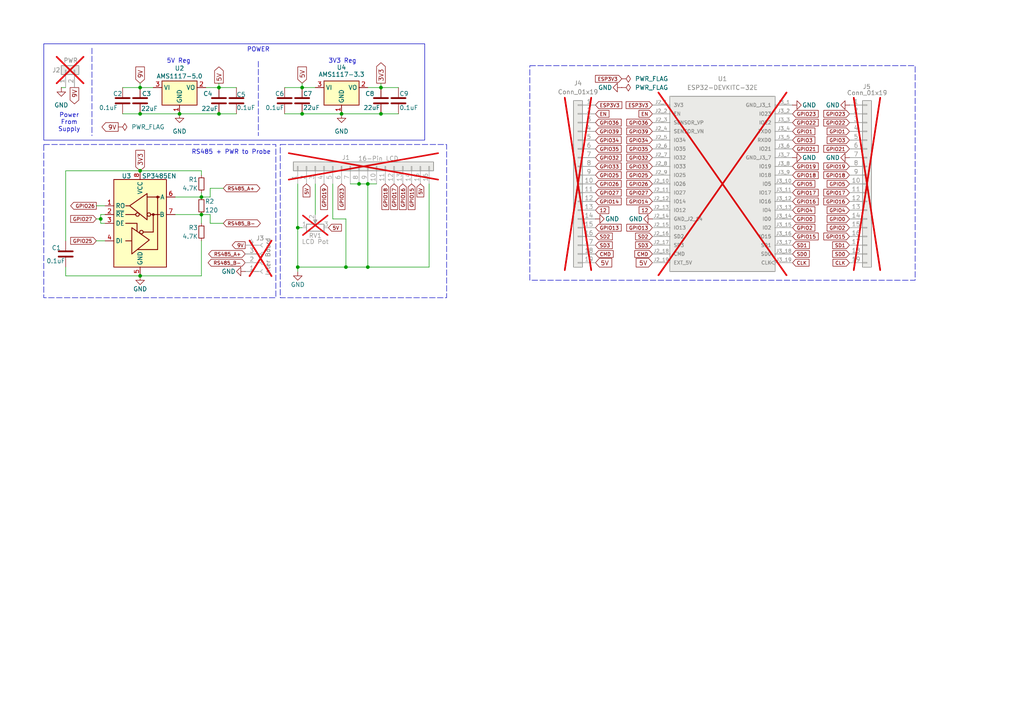
<source format=kicad_sch>
(kicad_sch (version 20231120) (generator "eeschema") (generator_version "8.0")
  (paper "A4")
  (lib_symbols
    (symbol "Connector:Conn_01x04_Socket" (pin_names (offset 1.016) hide)
      (property "Reference" "J" (at 0 5.08 0))
      (property "Value" "Conn_01x04_Socket" (at 0 -7.62 0))
      (symbol "Conn_01x04_Socket_1_1"
        (arc (start 0 -4.572) (mid -0.5058 -5.08) (end 0 -5.588) (stroke (width 0.1524)))
        (arc (start 0 -2.032) (mid -0.5058 -2.54) (end 0 -3.048) (stroke (width 0.1524)))
        (polyline (pts (xy -1.27 -5.08) (xy -0.508 -5.08)) (stroke (width 0.1524)))
        (polyline (pts (xy -1.27 -2.54) (xy -0.508 -2.54)) (stroke (width 0.1524)))
        (polyline (pts (xy -1.27 0) (xy -0.508 0)) (stroke (width 0.1524)))
        (polyline (pts (xy -1.27 2.54) (xy -0.508 2.54)) (stroke (width 0.1524)))
        (arc (start 0 0.508) (mid -0.5058 0) (end 0 -0.508) (stroke (width 0.1524)))
        (arc (start 0 3.048) (mid -0.5058 2.54) (end 0 2.032) (stroke (width 0.1524)))
        (pin passive line (at -5.08 2.54 0) (length 3.81) (name "Pin_1") (number "1"))
        (pin passive line (at -5.08 0 0) (length 3.81) (name "Pin_2") (number "2"))
        (pin passive line (at -5.08 -2.54 0) (length 3.81) (name "Pin_3") (number "3"))
        (pin passive line (at -5.08 -5.08 0) (length 3.81) (name "Pin_4") (number "4"))
      )
    )
    (symbol "Connector_Generic:Conn_01x02" (pin_names (offset 1.016) hide)
      (property "Reference" "J" (at 0 2.54 0))
      (property "Value" "Conn_01x02" (at 0 -5.08 0))
      (symbol "Conn_01x02_1_1"
        (rectangle (start -1.27 -2.413) (end 0 -2.667) (stroke (width 0.1524)))
        (rectangle (start -1.27 0.127) (end 0 -0.127) (stroke (width 0.1524)))
        (rectangle (start -1.27 1.27) (end 1.27 -3.81) (stroke (width 0.254)) (fill (type background)))
        (pin passive line (at -5.08 0 0) (length 3.81) (name "Pin_1") (number "1"))
        (pin passive line (at -5.08 -2.54 0) (length 3.81) (name "Pin_2") (number "2"))
      )
    )
    (symbol "Connector_Generic:Conn_01x16" (pin_names (offset 1.016) hide)
      (property "Reference" "J" (at 0 20.32 0))
      (property "Value" "Conn_01x16" (at 0 -22.86 0))
      (symbol "Conn_01x16_1_1"
        (rectangle (start -1.27 -20.193) (end 0 -20.447) (stroke (width 0.1524)))
        (rectangle (start -1.27 -17.653) (end 0 -17.907) (stroke (width 0.1524)))
        (rectangle (start -1.27 -15.113) (end 0 -15.367) (stroke (width 0.1524)))
        (rectangle (start -1.27 -12.573) (end 0 -12.827) (stroke (width 0.1524)))
        (rectangle (start -1.27 -10.033) (end 0 -10.287) (stroke (width 0.1524)))
        (rectangle (start -1.27 -7.493) (end 0 -7.747) (stroke (width 0.1524)))
        (rectangle (start -1.27 -4.953) (end 0 -5.207) (stroke (width 0.1524)))
        (rectangle (start -1.27 -2.413) (end 0 -2.667) (stroke (width 0.1524)))
        (rectangle (start -1.27 0.127) (end 0 -0.127) (stroke (width 0.1524)))
        (rectangle (start -1.27 2.667) (end 0 2.413) (stroke (width 0.1524)))
        (rectangle (start -1.27 5.207) (end 0 4.953) (stroke (width 0.1524)))
        (rectangle (start -1.27 7.747) (end 0 7.493) (stroke (width 0.1524)))
        (rectangle (start -1.27 10.287) (end 0 10.033) (stroke (width 0.1524)))
        (rectangle (start -1.27 12.827) (end 0 12.573) (stroke (width 0.1524)))
        (rectangle (start -1.27 15.367) (end 0 15.113) (stroke (width 0.1524)))
        (rectangle (start -1.27 17.907) (end 0 17.653) (stroke (width 0.1524)))
        (rectangle (start -1.27 19.05) (end 1.27 -21.59) (stroke (width 0.254)) (fill (type background)))
        (pin passive line (at -5.08 17.78 0) (length 3.81) (name "Pin_1") (number "1"))
        (pin passive line (at -5.08 -5.08 0) (length 3.81) (name "Pin_10") (number "10"))
        (pin passive line (at -5.08 -7.62 0) (length 3.81) (name "Pin_11") (number "11"))
        (pin passive line (at -5.08 -10.16 0) (length 3.81) (name "Pin_12") (number "12"))
        (pin passive line (at -5.08 -12.7 0) (length 3.81) (name "Pin_13") (number "13"))
        (pin passive line (at -5.08 -15.24 0) (length 3.81) (name "Pin_14") (number "14"))
        (pin passive line (at -5.08 -17.78 0) (length 3.81) (name "Pin_15") (number "15"))
        (pin passive line (at -5.08 -20.32 0) (length 3.81) (name "Pin_16") (number "16"))
        (pin passive line (at -5.08 15.24 0) (length 3.81) (name "Pin_2") (number "2"))
        (pin passive line (at -5.08 12.7 0) (length 3.81) (name "Pin_3") (number "3"))
        (pin passive line (at -5.08 10.16 0) (length 3.81) (name "Pin_4") (number "4"))
        (pin passive line (at -5.08 7.62 0) (length 3.81) (name "Pin_5") (number "5"))
        (pin passive line (at -5.08 5.08 0) (length 3.81) (name "Pin_6") (number "6"))
        (pin passive line (at -5.08 2.54 0) (length 3.81) (name "Pin_7") (number "7"))
        (pin passive line (at -5.08 0 0) (length 3.81) (name "Pin_8") (number "8"))
        (pin passive line (at -5.08 -2.54 0) (length 3.81) (name "Pin_9") (number "9"))
      )
    )
    (symbol "Connector_Generic:Conn_01x19" (pin_names (offset 1.016) hide)
      (property "Reference" "J" (at 0 25.4 0))
      (property "Value" "Conn_01x19" (at 0 -25.4 0))
      (symbol "Conn_01x19_1_1"
        (rectangle (start -1.27 -22.733) (end 0 -22.987) (stroke (width 0.1524)))
        (rectangle (start -1.27 -20.193) (end 0 -20.447) (stroke (width 0.1524)))
        (rectangle (start -1.27 -17.653) (end 0 -17.907) (stroke (width 0.1524)))
        (rectangle (start -1.27 -15.113) (end 0 -15.367) (stroke (width 0.1524)))
        (rectangle (start -1.27 -12.573) (end 0 -12.827) (stroke (width 0.1524)))
        (rectangle (start -1.27 -10.033) (end 0 -10.287) (stroke (width 0.1524)))
        (rectangle (start -1.27 -7.493) (end 0 -7.747) (stroke (width 0.1524)))
        (rectangle (start -1.27 -4.953) (end 0 -5.207) (stroke (width 0.1524)))
        (rectangle (start -1.27 -2.413) (end 0 -2.667) (stroke (width 0.1524)))
        (rectangle (start -1.27 0.127) (end 0 -0.127) (stroke (width 0.1524)))
        (rectangle (start -1.27 2.667) (end 0 2.413) (stroke (width 0.1524)))
        (rectangle (start -1.27 5.207) (end 0 4.953) (stroke (width 0.1524)))
        (rectangle (start -1.27 7.747) (end 0 7.493) (stroke (width 0.1524)))
        (rectangle (start -1.27 10.287) (end 0 10.033) (stroke (width 0.1524)))
        (rectangle (start -1.27 12.827) (end 0 12.573) (stroke (width 0.1524)))
        (rectangle (start -1.27 15.367) (end 0 15.113) (stroke (width 0.1524)))
        (rectangle (start -1.27 17.907) (end 0 17.653) (stroke (width 0.1524)))
        (rectangle (start -1.27 20.447) (end 0 20.193) (stroke (width 0.1524)))
        (rectangle (start -1.27 22.987) (end 0 22.733) (stroke (width 0.1524)))
        (rectangle (start -1.27 24.13) (end 1.27 -24.13) (stroke (width 0.254)) (fill (type background)))
        (pin passive line (at -5.08 22.86 0) (length 3.81) (name "Pin_1") (number "1"))
        (pin passive line (at -5.08 0 0) (length 3.81) (name "Pin_10") (number "10"))
        (pin passive line (at -5.08 -2.54 0) (length 3.81) (name "Pin_11") (number "11"))
        (pin passive line (at -5.08 -5.08 0) (length 3.81) (name "Pin_12") (number "12"))
        (pin passive line (at -5.08 -7.62 0) (length 3.81) (name "Pin_13") (number "13"))
        (pin passive line (at -5.08 -10.16 0) (length 3.81) (name "Pin_14") (number "14"))
        (pin passive line (at -5.08 -12.7 0) (length 3.81) (name "Pin_15") (number "15"))
        (pin passive line (at -5.08 -15.24 0) (length 3.81) (name "Pin_16") (number "16"))
        (pin passive line (at -5.08 -17.78 0) (length 3.81) (name "Pin_17") (number "17"))
        (pin passive line (at -5.08 -20.32 0) (length 3.81) (name "Pin_18") (number "18"))
        (pin passive line (at -5.08 -22.86 0) (length 3.81) (name "Pin_19") (number "19"))
        (pin passive line (at -5.08 20.32 0) (length 3.81) (name "Pin_2") (number "2"))
        (pin passive line (at -5.08 17.78 0) (length 3.81) (name "Pin_3") (number "3"))
        (pin passive line (at -5.08 15.24 0) (length 3.81) (name "Pin_4") (number "4"))
        (pin passive line (at -5.08 12.7 0) (length 3.81) (name "Pin_5") (number "5"))
        (pin passive line (at -5.08 10.16 0) (length 3.81) (name "Pin_6") (number "6"))
        (pin passive line (at -5.08 7.62 0) (length 3.81) (name "Pin_7") (number "7"))
        (pin passive line (at -5.08 5.08 0) (length 3.81) (name "Pin_8") (number "8"))
        (pin passive line (at -5.08 2.54 0) (length 3.81) (name "Pin_9") (number "9"))
      )
    )
    (symbol "Device:C" (pin_numbers hide) (pin_names (offset 0.254))
      (property "Reference" "C" (at 0.635 2.54 0))
      (property "Value" "C" (at 0.635 -2.54 0))
      (symbol "C_0_1"
        (polyline (pts (xy -2.032 -0.762) (xy 2.032 -0.762)) (stroke (width 0.508)))
        (polyline (pts (xy -2.032 0.762) (xy 2.032 0.762)) (stroke (width 0.508)))
      )
      (symbol "C_1_1"
        (pin passive line (at 0 3.81 270) (length 2.794) (name "~") (number "1"))
        (pin passive line (at 0 -3.81 90) (length 2.794) (name "~") (number "2"))
      )
    )
    (symbol "Device:R_Potentiometer" (pin_names (offset 1.016) hide)
      (property "Reference" "RV" (at -4.445 0 90))
      (property "Value" "R_Potentiometer" (at -2.54 0 90))
      (symbol "R_Potentiometer_0_1"
        (polyline (pts (xy 2.54 0) (xy 1.524 0)))
        (polyline (pts (xy 1.143 0) (xy 2.286 0.508) (xy 2.286 -0.508) (xy 1.143 0)) (fill (type outline)))
        (rectangle (start 1.016 2.54) (end -1.016 -2.54) (stroke (width 0.254)))
      )
      (symbol "R_Potentiometer_1_1"
        (pin passive line (at 0 3.81 270) (length 1.27) (name "1") (number "1"))
        (pin passive line (at 3.81 0 180) (length 1.27) (name "2") (number "2"))
        (pin passive line (at 0 -3.81 90) (length 1.27) (name "3") (number "3"))
      )
    )
    (symbol "Device:R_Small" (pin_numbers hide) (pin_names (offset 0.254) hide)
      (property "Reference" "R" (at 0.762 0.508 0))
      (property "Value" "R_Small" (at 0.762 -1.016 0))
      (symbol "R_Small_0_1"
        (rectangle (start -0.762 1.778) (end 0.762 -1.778) (stroke (width 0.2032)))
      )
      (symbol "R_Small_1_1"
        (pin passive line (at 0 2.54 270) (length 0.762) (name "~") (number "1"))
        (pin passive line (at 0 -2.54 90) (length 0.762) (name "~") (number "2"))
      )
    )
    (symbol "Interface_UART:SP3485EN"
      (property "Reference" "U" (at -7.62 13.97 0))
      (property "Value" "SP3485EN" (at 1.905 13.97 0))
      (symbol "SP3485EN_0_1"
        (rectangle (start -7.62 12.7) (end 7.62 -12.7) (stroke (width 0.254)) (fill (type background)))
        (polyline (pts (xy -4.191 2.54) (xy -1.27 2.54)) (stroke (width 0.254)))
        (polyline (pts (xy -2.54 -5.08) (xy -4.191 -5.08)) (stroke (width 0.254)))
        (polyline (pts (xy -0.635 -7.62) (xy 5.08 -7.62)) (stroke (width 0.254)))
        (polyline (pts (xy 0.889 -2.54) (xy 3.81 -2.54)) (stroke (width 0.254)))
        (polyline (pts (xy 2.032 7.62) (xy 5.715 7.62)) (stroke (width 0.254)))
        (polyline (pts (xy 3.048 2.54) (xy 5.715 2.54)) (stroke (width 0.254)))
        (polyline (pts (xy 3.81 -2.54) (xy 3.81 2.54)) (stroke (width 0.254)))
        (polyline (pts (xy 5.08 -7.62) (xy 5.08 7.62)) (stroke (width 0.254)))
        (polyline (pts (xy -4.191 0) (xy -0.889 0) (xy -0.889 -2.286)) (stroke (width 0.254)))
        (polyline (pts (xy -3.175 5.08) (xy -4.191 5.08) (xy -4.064 5.08)) (stroke (width 0.254)))
        (polyline (pts (xy -2.413 -5.08) (xy -2.413 -1.27) (xy 2.667 -4.826) (xy -2.413 -8.89) (xy -2.413 -5.08)) (stroke (width 0.254)))
        (circle (center 0.381 -2.54) (radius 0.508) (stroke (width 0.254)))
        (circle (center 3.81 2.54) (radius 0.2794) (stroke (width 0.254)) (fill (type outline)))
      )
      (symbol "SP3485EN_1_1"
        (circle (center -0.762 2.54) (radius 0.508) (stroke (width 0.254)))
        (polyline (pts (xy 2.032 4.826) (xy 2.032 8.636) (xy -3.048 5.08) (xy 2.032 1.016) (xy 2.032 4.826)) (stroke (width 0.254)))
        (circle (center 2.54 2.54) (radius 0.508) (stroke (width 0.254)))
        (circle (center 5.08 7.62) (radius 0.2794) (stroke (width 0.254)) (fill (type outline)))
        (pin output line (at -10.16 5.08 0) (length 2.54) (name "RO") (number "1"))
        (pin input line (at -10.16 2.54 0) (length 2.54) (name "~{RE}") (number "2"))
        (pin input line (at -10.16 0 0) (length 2.54) (name "DE") (number "3"))
        (pin input line (at -10.16 -5.08 0) (length 2.54) (name "DI") (number "4"))
        (pin power_in line (at 0 -15.24 90) (length 2.54) (name "GND") (number "5"))
        (pin bidirectional line (at 10.16 7.62 180) (length 2.54) (name "A") (number "6"))
        (pin bidirectional line (at 10.16 2.54 180) (length 2.54) (name "B") (number "7"))
        (pin power_in line (at 0 15.24 270) (length 2.54) (name "VCC") (number "8"))
      )
    )
    (symbol "Regulator_Linear:AMS1117-3.3"
      (property "Reference" "U" (at -3.81 3.175 0))
      (property "Value" "AMS1117-3.3" (at 0 3.175 0))
      (symbol "AMS1117-3.3_0_1"
        (rectangle (start -5.08 -5.08) (end 5.08 1.905) (stroke (width 0.254)) (fill (type background)))
      )
      (symbol "AMS1117-3.3_1_1"
        (pin power_in line (at 0 -7.62 90) (length 2.54) (name "GND") (number "1"))
        (pin power_out line (at 7.62 0 180) (length 2.54) (name "VO") (number "2"))
        (pin power_in line (at -7.62 0 0) (length 2.54) (name "VI") (number "3"))
      )
    )
    (symbol "Regulator_Linear:AMS1117-5.0"
      (property "Reference" "U" (at -3.81 3.175 0))
      (property "Value" "AMS1117-5.0" (at 0 3.175 0))
      (symbol "AMS1117-5.0_0_1"
        (rectangle (start -5.08 -5.08) (end 5.08 1.905) (stroke (width 0.254)) (fill (type background)))
      )
      (symbol "AMS1117-5.0_1_1"
        (pin power_in line (at 0 -7.62 90) (length 2.54) (name "GND") (number "1"))
        (pin power_out line (at 7.62 0 180) (length 2.54) (name "VO") (number "2"))
        (pin power_in line (at -7.62 0 0) (length 2.54) (name "VI") (number "3"))
      )
    )
    (symbol "ThesisLibrary:ESP32-DEVKITC-32E" (pin_names (offset 1.016))
      (property "Reference" "U" (at -15.24 26.162 0))
      (property "Value" "ESP32-DEVKITC-32E" (at -15.24 -27.94 0))
      (symbol "ESP32-DEVKITC-32E_0_0"
        (rectangle (start -15.24 -25.4) (end 15.24 25.4) (stroke (width 0.254)) (fill (type background)))
        (pin power_in line (at -20.32 22.86 0) (length 5.08) (name "3V3") (number "J2_1"))
        (pin bidirectional line (at -20.32 0 0) (length 5.08) (name "IO26") (number "J2_10"))
        (pin bidirectional line (at -20.32 -2.54 0) (length 5.08) (name "IO27") (number "J2_11"))
        (pin bidirectional line (at -20.32 -5.08 0) (length 5.08) (name "IO14") (number "J2_12"))
        (pin bidirectional line (at -20.32 -7.62 0) (length 5.08) (name "IO12") (number "J2_13"))
        (pin power_in line (at -20.32 -10.16 0) (length 5.08) (name "GND_J2_14") (number "J2_14"))
        (pin bidirectional line (at -20.32 -12.7 0) (length 5.08) (name "IO13") (number "J2_15"))
        (pin bidirectional line (at -20.32 -15.24 0) (length 5.08) (name "SD2") (number "J2_16"))
        (pin bidirectional line (at -20.32 -17.78 0) (length 5.08) (name "SD3") (number "J2_17"))
        (pin bidirectional line (at -20.32 -20.32 0) (length 5.08) (name "CMD") (number "J2_18"))
        (pin power_in line (at -20.32 -22.86 0) (length 5.08) (name "EXT_5V") (number "J2_19"))
        (pin input line (at -20.32 20.32 0) (length 5.08) (name "EN") (number "J2_2"))
        (pin bidirectional line (at -20.32 17.78 0) (length 5.08) (name "SENSOR_VP") (number "J2_3"))
        (pin bidirectional line (at -20.32 15.24 0) (length 5.08) (name "SENSOR_VN") (number "J2_4"))
        (pin bidirectional line (at -20.32 12.7 0) (length 5.08) (name "IO34") (number "J2_5"))
        (pin bidirectional line (at -20.32 10.16 0) (length 5.08) (name "IO35") (number "J2_6"))
        (pin bidirectional line (at -20.32 7.62 0) (length 5.08) (name "IO32") (number "J2_7"))
        (pin bidirectional line (at -20.32 5.08 0) (length 5.08) (name "IO33") (number "J2_8"))
        (pin bidirectional line (at -20.32 2.54 0) (length 5.08) (name "IO25") (number "J2_9"))
        (pin power_in line (at 20.32 22.86 180) (length 5.08) (name "GND_J3_1") (number "J3_1"))
        (pin bidirectional line (at 20.32 0 180) (length 5.08) (name "IO5") (number "J3_10"))
        (pin bidirectional line (at 20.32 -2.54 180) (length 5.08) (name "IO17") (number "J3_11"))
        (pin bidirectional line (at 20.32 -5.08 180) (length 5.08) (name "IO16") (number "J3_12"))
        (pin bidirectional line (at 20.32 -7.62 180) (length 5.08) (name "IO4") (number "J3_13"))
        (pin bidirectional line (at 20.32 -10.16 180) (length 5.08) (name "IO0") (number "J3_14"))
        (pin bidirectional line (at 20.32 -12.7 180) (length 5.08) (name "IO2") (number "J3_15"))
        (pin bidirectional line (at 20.32 -15.24 180) (length 5.08) (name "IO15") (number "J3_16"))
        (pin bidirectional line (at 20.32 -17.78 180) (length 5.08) (name "SD1") (number "J3_17"))
        (pin bidirectional line (at 20.32 -20.32 180) (length 5.08) (name "SD0") (number "J3_18"))
        (pin bidirectional clock (at 20.32 -22.86 180) (length 5.08) (name "CLK") (number "J3_19"))
        (pin bidirectional line (at 20.32 20.32 180) (length 5.08) (name "IO23") (number "J3_2"))
        (pin bidirectional line (at 20.32 17.78 180) (length 5.08) (name "IO22") (number "J3_3"))
        (pin bidirectional line (at 20.32 15.24 180) (length 5.08) (name "TXD0") (number "J3_4"))
        (pin bidirectional line (at 20.32 12.7 180) (length 5.08) (name "RXD0") (number "J3_5"))
        (pin bidirectional line (at 20.32 10.16 180) (length 5.08) (name "IO21") (number "J3_6"))
        (pin power_in line (at 20.32 7.62 180) (length 5.08) (name "GND_J3_7") (number "J3_7"))
        (pin bidirectional line (at 20.32 5.08 180) (length 5.08) (name "IO19") (number "J3_8"))
        (pin bidirectional line (at 20.32 2.54 180) (length 5.08) (name "IO18") (number "J3_9"))
      )
    )
    (symbol "power:GND" (power) (pin_numbers hide) (pin_names (offset 0) hide)
      (property "Value" "GND" (at 0 -3.81 0))
      (symbol "GND_0_1"
        (polyline (pts (xy 0 0) (xy 0 -1.27) (xy 1.27 -1.27) (xy 0 -2.54) (xy -1.27 -1.27) (xy 0 -1.27)))
      )
      (symbol "GND_1_1"
        (pin power_in line (at 0 0 270) (length 0) (name "~") (number "1"))
      )
    )
    (symbol "power:PWR_FLAG" (power) (pin_numbers hide) (pin_names (offset 0) hide)
      (property "Value" "PWR_FLAG" (at 0 3.81 0))
      (symbol "PWR_FLAG_0_0"
        (pin power_out line (at 0 0 90) (length 0) (name "~") (number "1"))
      )
      (symbol "PWR_FLAG_0_1"
        (polyline (pts (xy 0 0) (xy 0 1.27) (xy -1.016 1.905) (xy 0 2.54) (xy 1.016 1.905) (xy 0 1.27)))
      )
    )
  )
  (junction (at 99.06 33.02))
  (junction (at 58.42 57.15))
  (junction (at 86.36 66.04))
  (junction (at 87.63 25.4))
  (junction (at 110.49 25.4))
  (junction (at 86.36 77.47))
  (junction (at 52.07 33.02))
  (junction (at 104.14 53.34))
  (junction (at 58.42 62.23))
  (junction (at 106.68 53.34))
  (junction (at 29.21 63.5))
  (junction (at 87.63 33.02))
  (junction (at 106.68 77.47))
  (junction (at 40.64 49.53))
  (junction (at 40.64 80.01))
  (junction (at 63.5 33.02))
  (junction (at 110.49 33.02))
  (junction (at 100.33 77.47))
  (junction (at 40.64 25.4))
  (junction (at 63.5 25.4))
  (junction (at 40.64 33.02))
  (wire (pts (xy 29.21 63.5) (xy 29.21 64.77)))
  (wire (pts (xy 58.42 62.23) (xy 58.42 64.77)))
  (polyline (pts (xy 74.93 17.78) (xy 74.93 39.37)) (stroke (width 0) (type dash)))
  (wire (pts (xy 58.42 57.15) (xy 50.8 57.15)))
  (wire (pts (xy 63.5 33.02) (xy 68.58 33.02)))
  (wire (pts (xy 124.46 53.34) (xy 124.46 77.47)))
  (wire (pts (xy 58.42 55.88) (xy 58.42 57.15)))
  (wire (pts (xy 35.56 33.02) (xy 40.64 33.02)))
  (wire (pts (xy 52.07 33.02) (xy 63.5 33.02)))
  (wire (pts (xy 106.68 25.4) (xy 110.49 25.4)))
  (wire (pts (xy 60.96 54.61) (xy 60.96 57.15)))
  (wire (pts (xy 100.33 63.5) (xy 100.33 77.47)))
  (wire (pts (xy 110.49 24.13) (xy 110.49 25.4)))
  (wire (pts (xy 99.06 33.02) (xy 110.49 33.02)))
  (wire (pts (xy 40.64 25.4) (xy 44.45 25.4)))
  (wire (pts (xy 27.94 59.69) (xy 30.48 59.69)))
  (wire (pts (xy 19.05 49.53) (xy 40.64 49.53)))
  (wire (pts (xy 17.78 25.4) (xy 19.05 25.4)))
  (wire (pts (xy 100.33 77.47) (xy 106.68 77.47)))
  (wire (pts (xy 29.21 62.23) (xy 29.21 63.5)))
  (wire (pts (xy 104.14 53.34) (xy 106.68 53.34)))
  (wire (pts (xy 60.96 64.77) (xy 64.77 64.77)))
  (wire (pts (xy 19.05 77.47) (xy 19.05 80.01)))
  (wire (pts (xy 64.77 54.61) (xy 60.96 54.61)))
  (wire (pts (xy 86.36 78.74) (xy 86.36 77.47)))
  (wire (pts (xy 58.42 62.23) (xy 60.96 62.23)))
  (wire (pts (xy 82.55 25.4) (xy 87.63 25.4)))
  (wire (pts (xy 29.21 62.23) (xy 30.48 62.23)))
  (wire (pts (xy 86.36 77.47) (xy 86.36 66.04)))
  (wire (pts (xy 60.96 57.15) (xy 58.42 57.15)))
  (wire (pts (xy 87.63 24.13) (xy 87.63 25.4)))
  (wire (pts (xy 40.64 49.53) (xy 58.42 49.53)))
  (wire (pts (xy 86.36 53.34) (xy 86.36 66.04)))
  (wire (pts (xy 106.68 77.47) (xy 124.46 77.47)))
  (wire (pts (xy 19.05 80.01) (xy 40.64 80.01)))
  (wire (pts (xy 110.49 33.02) (xy 115.57 33.02)))
  (polyline (pts (xy 26.67 13.97) (xy 26.67 39.37)) (stroke (width 0) (type dash)))
  (wire (pts (xy 60.96 62.23) (xy 60.96 64.77)))
  (wire (pts (xy 96.52 53.34) (xy 96.52 63.5)))
  (wire (pts (xy 58.42 49.53) (xy 58.42 50.8)))
  (wire (pts (xy 96.52 63.5) (xy 100.33 63.5)))
  (wire (pts (xy 59.69 25.4) (xy 63.5 25.4)))
  (wire (pts (xy 106.68 53.34) (xy 109.22 53.34)))
  (wire (pts (xy 27.94 69.85) (xy 30.48 69.85)))
  (wire (pts (xy 19.05 69.85) (xy 19.05 49.53)))
  (wire (pts (xy 91.44 53.34) (xy 91.44 62.23)))
  (wire (pts (xy 63.5 24.13) (xy 63.5 25.4)))
  (wire (pts (xy 58.42 62.23) (xy 50.8 62.23)))
  (wire (pts (xy 29.21 64.77) (xy 30.48 64.77)))
  (wire (pts (xy 40.64 24.13) (xy 40.64 25.4)))
  (wire (pts (xy 106.68 53.34) (xy 106.68 77.47)))
  (wire (pts (xy 35.56 25.4) (xy 40.64 25.4)))
  (wire (pts (xy 58.42 69.85) (xy 58.42 80.01)))
  (wire (pts (xy 58.42 80.01) (xy 40.64 80.01)))
  (wire (pts (xy 101.6 53.34) (xy 104.14 53.34)))
  (wire (pts (xy 110.49 25.4) (xy 115.57 25.4)))
  (wire (pts (xy 82.55 33.02) (xy 87.63 33.02)))
  (wire (pts (xy 87.63 25.4) (xy 91.44 25.4)))
  (wire (pts (xy 40.64 33.02) (xy 52.07 33.02)))
  (wire (pts (xy 86.36 66.04) (xy 87.63 66.04)))
  (wire (pts (xy 87.63 33.02) (xy 99.06 33.02)))
  (wire (pts (xy 100.33 77.47) (xy 86.36 77.47)))
  (wire (pts (xy 27.94 63.5) (xy 29.21 63.5)))
  (wire (pts (xy 63.5 25.4) (xy 68.58 25.4)))
  (rectangle (start 12.7 12.7) (end 123.19 40.64))
  (rectangle (start 81.28 41.91) (end 129.54 86.36) (stroke (width 0) (type dash)))
  (rectangle (start 153.67 19.05) (end 265.43 81.28) (stroke (width 0) (type dash)))
  (rectangle (start 12.7 41.91) (end 80.01 86.36) (stroke (width 0) (type dash)))
  (text "5V Reg" (at 51.816 17.78 0) (effects (font (size 1.27 1.27))))
  (text "RS485 + PWR to Probe" (at 67.056 44.196 0) (effects (font (size 1.27 1.27))))
  (text "Power\nFrom\nSupply" (at 20.066 35.56 0) (effects (font (size 1.27 1.27))))
  (text "POWER\n" (at 74.93 14.478 0) (effects (font (size 1.27 1.27))))
  (text "3V3 Reg" (at 99.314 17.78 0) (effects (font (size 1.27 1.27))))
  (global_label "5V" (shape input) (at 172.72 76.2 0) (property "Intersheetrefs" "${INTERSHEET_REFS}" (effects (hide yes))))
  (global_label "GPIO18" (shape input) (at 229.87 50.8 0) (effects (font (size 1.016 1.016))) (property "Intersheetrefs" "${INTERSHEET_REFS}" (effects (hide yes))))
  (global_label "9V" (shape output) (at 71.12 71.12 180) (effects (font (size 1.016 1.016))) (property "Intersheetrefs" "${INTERSHEET_REFS}" (effects (hide yes))))
  (global_label "SD1" (shape input) (at 229.87 71.12 0) (effects (font (size 1.016 1.016))) (property "Intersheetrefs" "${INTERSHEET_REFS}" (effects (hide yes))))
  (global_label "GPIO23" (shape input) (at 229.87 33.02 0) (effects (font (size 1.016 1.016))) (property "Intersheetrefs" "${INTERSHEET_REFS}" (effects (hide yes))))
  (global_label "GPIO3" (shape input) (at 229.87 40.64 0) (effects (font (size 1.016 1.016))) (property "Intersheetrefs" "${INTERSHEET_REFS}" (effects (hide yes))))
  (global_label "GPIO4" (shape input) (at 246.38 60.96 180) (effects (font (size 1.016 1.016))) (property "Intersheetrefs" "${INTERSHEET_REFS}" (effects (hide yes))))
  (global_label "GPIO15" (shape input) (at 229.87 68.58 0) (effects (font (size 1.016 1.016))) (property "Intersheetrefs" "${INTERSHEET_REFS}" (effects (hide yes))))
  (global_label "GPIO5" (shape input) (at 229.87 53.34 0) (effects (font (size 1.016 1.016))) (property "Intersheetrefs" "${INTERSHEET_REFS}" (effects (hide yes))))
  (global_label "3V3" (shape input) (at 40.64 49.53 90) (property "Intersheetrefs" "${INTERSHEET_REFS}" (effects (hide yes))))
  (global_label "GPIO3" (shape input) (at 246.38 40.64 180) (effects (font (size 1.016 1.016))) (property "Intersheetrefs" "${INTERSHEET_REFS}" (effects (hide yes))))
  (global_label "GPIO36" (shape input) (at 189.23 35.56 180) (effects (font (size 1.016 1.016))) (property "Intersheetrefs" "${INTERSHEET_REFS}" (effects (hide yes))))
  (global_label "GPIO1" (shape input) (at 229.87 38.1 0) (effects (font (size 1.016 1.016))) (property "Intersheetrefs" "${INTERSHEET_REFS}" (effects (hide yes))))
  (global_label "SD3" (shape input) (at 189.23 71.12 180) (effects (font (size 1.016 1.016))) (property "Intersheetrefs" "${INTERSHEET_REFS}" (effects (hide yes))))
  (global_label "GPIO19" (shape input) (at 93.98 53.34 270) (effects (font (size 1.016 1.016))) (property "Intersheetrefs" "${INTERSHEET_REFS}" (effects (hide yes))))
  (global_label "CMD" (shape input) (at 172.72 73.66 0) (effects (font (size 1.016 1.016))) (property "Intersheetrefs" "${INTERSHEET_REFS}" (effects (hide yes))))
  (global_label "9V" (shape output) (at 21.59 25.4 270) (property "Intersheetrefs" "${INTERSHEET_REFS}" (effects (hide yes))))
  (global_label "GPIO16" (shape input) (at 229.87 58.42 0) (effects (font (size 1.016 1.016))) (property "Intersheetrefs" "${INTERSHEET_REFS}" (effects (hide yes))))
  (global_label "GPIO35" (shape input) (at 172.72 43.18 0) (effects (font (size 1.016 1.016))) (property "Intersheetrefs" "${INTERSHEET_REFS}" (effects (hide yes))))
  (global_label "GPIO26" (shape input) (at 189.23 53.34 180) (effects (font (size 1.016 1.016))) (property "Intersheetrefs" "${INTERSHEET_REFS}" (effects (hide yes))))
  (global_label "5V" (shape input) (at 189.23 76.2 180) (property "Intersheetrefs" "${INTERSHEET_REFS}" (effects (hide yes))))
  (global_label "GPIO32" (shape input) (at 189.23 45.72 180) (effects (font (size 1.016 1.016))) (property "Intersheetrefs" "${INTERSHEET_REFS}" (effects (hide yes))))
  (global_label "GPIO33" (shape input) (at 189.23 48.26 180) (effects (font (size 1.016 1.016))) (property "Intersheetrefs" "${INTERSHEET_REFS}" (effects (hide yes))))
  (global_label "5V" (shape input) (at 121.92 53.34 270) (effects (font (size 1.016 1.016))) (property "Intersheetrefs" "${INTERSHEET_REFS}" (effects (hide yes))))
  (global_label "GPIO25" (shape input) (at 172.72 50.8 0) (effects (font (size 1.016 1.016))) (property "Intersheetrefs" "${INTERSHEET_REFS}" (effects (hide yes))))
  (global_label "GPIO13" (shape input) (at 189.23 66.04 180) (effects (font (size 1.016 1.016))) (property "Intersheetrefs" "${INTERSHEET_REFS}" (effects (hide yes))))
  (global_label "GPIO36" (shape input) (at 172.72 35.56 0) (effects (font (size 1.016 1.016))) (property "Intersheetrefs" "${INTERSHEET_REFS}" (effects (hide yes))))
  (global_label "RS485_A+" (shape bidirectional) (at 71.12 73.66 180) (effects (font (size 1.016 1.016))) (property "Intersheetrefs" "${INTERSHEET_REFS}" (effects (hide yes))))
  (global_label "CLK" (shape input) (at 229.87 76.2 0) (effects (font (size 1.016 1.016))) (property "Intersheetrefs" "${INTERSHEET_REFS}" (effects (hide yes))))
  (global_label "SD2" (shape input) (at 172.72 68.58 0) (effects (font (size 1.016 1.016))) (property "Intersheetrefs" "${INTERSHEET_REFS}" (effects (hide yes))))
  (global_label "GPIO27" (shape input) (at 172.72 55.88 0) (effects (font (size 1.016 1.016))) (property "Intersheetrefs" "${INTERSHEET_REFS}" (effects (hide yes))))
  (global_label "9V" (shape output) (at 34.29 36.83 180) (property "Intersheetrefs" "${INTERSHEET_REFS}" (effects (hide yes))))
  (global_label "GPIO16" (shape input) (at 116.84 53.34 270) (effects (font (size 1.016 1.016))) (property "Intersheetrefs" "${INTERSHEET_REFS}" (effects (hide yes))))
  (global_label "5V" (shape output) (at 63.5 24.13 90) (property "Intersheetrefs" "${INTERSHEET_REFS}" (effects (hide yes))))
  (global_label "RS485_A+" (shape bidirectional) (at 64.77 54.61 0) (effects (font (size 1.016 1.016))) (property "Intersheetrefs" "${INTERSHEET_REFS}" (effects (hide yes))))
  (global_label "GPIO39" (shape input) (at 172.72 38.1 0) (effects (font (size 1.016 1.016))) (property "Intersheetrefs" "${INTERSHEET_REFS}" (effects (hide yes))))
  (global_label "12" (shape input) (at 189.23 60.96 180) (effects (font (size 1.016 1.016))) (property "Intersheetrefs" "${INTERSHEET_REFS}" (effects (hide yes))))
  (global_label "GPIO21" (shape input) (at 229.87 43.18 0) (effects (font (size 1.016 1.016))) (property "Intersheetrefs" "${INTERSHEET_REFS}" (effects (hide yes))))
  (global_label "SD2" (shape input) (at 189.23 68.58 180) (effects (font (size 1.016 1.016))) (property "Intersheetrefs" "${INTERSHEET_REFS}" (effects (hide yes))))
  (global_label "RS485_B-" (shape bidirectional) (at 71.12 76.2 180) (effects (font (size 1.016 1.016))) (property "Intersheetrefs" "${INTERSHEET_REFS}" (effects (hide yes))))
  (global_label "GPIO0" (shape input) (at 246.38 63.5 180) (effects (font (size 1.016 1.016))) (property "Intersheetrefs" "${INTERSHEET_REFS}" (effects (hide yes))))
  (global_label "GPIO17" (shape input) (at 229.87 55.88 0) (effects (font (size 1.016 1.016))) (property "Intersheetrefs" "${INTERSHEET_REFS}" (effects (hide yes))))
  (global_label "SD3" (shape input) (at 172.72 71.12 0) (effects (font (size 1.016 1.016))) (property "Intersheetrefs" "${INTERSHEET_REFS}" (effects (hide yes))))
  (global_label "9V" (shape input) (at 40.64 24.13 90) (property "Intersheetrefs" "${INTERSHEET_REFS}" (effects (hide yes))))
  (global_label "GPIO25" (shape input) (at 189.23 50.8 180) (effects (font (size 1.016 1.016))) (property "Intersheetrefs" "${INTERSHEET_REFS}" (effects (hide yes))))
  (global_label "GPIO23" (shape input) (at 246.38 33.02 180) (effects (font (size 1.016 1.016))) (property "Intersheetrefs" "${INTERSHEET_REFS}" (effects (hide yes))))
  (global_label "EN" (shape input) (at 172.72 33.02 0) (effects (font (size 1.016 1.016))) (property "Intersheetrefs" "${INTERSHEET_REFS}" (effects (hide yes))))
  (global_label "GPIO15" (shape input) (at 246.38 68.58 180) (effects (font (size 1.016 1.016))) (property "Intersheetrefs" "${INTERSHEET_REFS}" (effects (hide yes))))
  (global_label "GPIO16" (shape input) (at 246.38 58.42 180) (effects (font (size 1.016 1.016))) (property "Intersheetrefs" "${INTERSHEET_REFS}" (effects (hide yes))))
  (global_label "ESP3V3" (shape input) (at 172.72 30.48 0) (effects (font (size 1.016 1.016))) (property "Intersheetrefs" "${INTERSHEET_REFS}" (effects (hide yes))))
  (global_label "GPIO21" (shape input) (at 246.38 43.18 180) (effects (font (size 1.016 1.016))) (property "Intersheetrefs" "${INTERSHEET_REFS}" (effects (hide yes))))
  (global_label "GPIO14" (shape input) (at 189.23 58.42 180) (effects (font (size 1.016 1.016))) (property "Intersheetrefs" "${INTERSHEET_REFS}" (effects (hide yes))))
  (global_label "GPIO17" (shape input) (at 246.38 55.88 180) (effects (font (size 1.016 1.016))) (property "Intersheetrefs" "${INTERSHEET_REFS}" (effects (hide yes))))
  (global_label "GPIO23" (shape input) (at 99.06 53.34 270) (effects (font (size 1.016 1.016))) (property "Intersheetrefs" "${INTERSHEET_REFS}" (effects (hide yes))))
  (global_label "GPIO27" (shape input) (at 27.94 63.5 180) (effects (font (size 1.016 1.016))) (property "Intersheetrefs" "${INTERSHEET_REFS}" (effects (hide yes))))
  (global_label "SD0" (shape input) (at 246.38 73.66 180) (effects (font (size 1.016 1.016))) (property "Intersheetrefs" "${INTERSHEET_REFS}" (effects (hide yes))))
  (global_label "ESP3V3" (shape input) (at 180.34 22.86 180) (effects (font (size 1.016 1.016))) (property "Intersheetrefs" "${INTERSHEET_REFS}" (effects (hide yes))))
  (global_label "GPIO19" (shape input) (at 246.38 48.26 180) (effects (font (size 1.016 1.016))) (property "Intersheetrefs" "${INTERSHEET_REFS}" (effects (hide yes))))
  (global_label "5V" (shape input) (at 87.63 24.13 90) (property "Intersheetrefs" "${INTERSHEET_REFS}" (effects (hide yes))))
  (global_label "CMD" (shape input) (at 189.23 73.66 180) (effects (font (size 1.016 1.016))) (property "Intersheetrefs" "${INTERSHEET_REFS}" (effects (hide yes))))
  (global_label "GPIO34" (shape input) (at 172.72 40.64 0) (effects (font (size 1.016 1.016))) (property "Intersheetrefs" "${INTERSHEET_REFS}" (effects (hide yes))))
  (global_label "GPIO32" (shape input) (at 172.72 45.72 0) (effects (font (size 1.016 1.016))) (property "Intersheetrefs" "${INTERSHEET_REFS}" (effects (hide yes))))
  (global_label "GPIO17" (shape input) (at 114.3 53.34 270) (effects (font (size 1.016 1.016))) (property "Intersheetrefs" "${INTERSHEET_REFS}" (effects (hide yes))))
  (global_label "EN" (shape input) (at 189.23 33.02 180) (effects (font (size 1.016 1.016))) (property "Intersheetrefs" "${INTERSHEET_REFS}" (effects (hide yes))))
  (global_label "GPIO13" (shape input) (at 172.72 66.04 0) (effects (font (size 1.016 1.016))) (property "Intersheetrefs" "${INTERSHEET_REFS}" (effects (hide yes))))
  (global_label "GPIO26" (shape output) (at 27.94 59.69 180) (effects (font (size 1.016 1.016))) (property "Intersheetrefs" "${INTERSHEET_REFS}" (effects (hide yes))))
  (global_label "GPIO15" (shape input) (at 119.38 53.34 270) (effects (font (size 1.016 1.016))) (property "Intersheetrefs" "${INTERSHEET_REFS}" (effects (hide yes))))
  (global_label "GPIO5" (shape input) (at 246.38 53.34 180) (effects (font (size 1.016 1.016))) (property "Intersheetrefs" "${INTERSHEET_REFS}" (effects (hide yes))))
  (global_label "GPIO2" (shape input) (at 246.38 66.04 180) (effects (font (size 1.016 1.016))) (property "Intersheetrefs" "${INTERSHEET_REFS}" (effects (hide yes))))
  (global_label "CLK" (shape input) (at 246.38 76.2 180) (effects (font (size 1.016 1.016))) (property "Intersheetrefs" "${INTERSHEET_REFS}" (effects (hide yes))))
  (global_label "GPIO26" (shape input) (at 172.72 53.34 0) (effects (font (size 1.016 1.016))) (property "Intersheetrefs" "${INTERSHEET_REFS}" (effects (hide yes))))
  (global_label "GPIO33" (shape input) (at 172.72 48.26 0) (effects (font (size 1.016 1.016))) (property "Intersheetrefs" "${INTERSHEET_REFS}" (effects (hide yes))))
  (global_label "GPIO4" (shape input) (at 229.87 60.96 0) (effects (font (size 1.016 1.016))) (property "Intersheetrefs" "${INTERSHEET_REFS}" (effects (hide yes))))
  (global_label "GPIO1" (shape input) (at 246.38 38.1 180) (effects (font (size 1.016 1.016))) (property "Intersheetrefs" "${INTERSHEET_REFS}" (effects (hide yes))))
  (global_label "GPIO0" (shape input) (at 229.87 63.5 0) (effects (font (size 1.016 1.016))) (property "Intersheetrefs" "${INTERSHEET_REFS}" (effects (hide yes))))
  (global_label "5V" (shape input) (at 95.25 66.04 0) (effects (font (size 1.016 1.016))) (property "Intersheetrefs" "${INTERSHEET_REFS}" (effects (hide yes))))
  (global_label "SD1" (shape input) (at 246.38 71.12 180) (effects (font (size 1.016 1.016))) (property "Intersheetrefs" "${INTERSHEET_REFS}" (effects (hide yes))))
  (global_label "GPIO34" (shape input) (at 189.23 40.64 180) (effects (font (size 1.016 1.016))) (property "Intersheetrefs" "${INTERSHEET_REFS}" (effects (hide yes))))
  (global_label "ESP3V3" (shape input) (at 189.23 30.48 180) (effects (font (size 1.016 1.016))) (property "Intersheetrefs" "${INTERSHEET_REFS}" (effects (hide yes))))
  (global_label "5V" (shape input) (at 88.9 53.34 270) (effects (font (size 1.016 1.016))) (property "Intersheetrefs" "${INTERSHEET_REFS}" (effects (hide yes))))
  (global_label "GPIO39" (shape input) (at 189.23 38.1 180) (effects (font (size 1.016 1.016))) (property "Intersheetrefs" "${INTERSHEET_REFS}" (effects (hide yes))))
  (global_label "GPIO27" (shape input) (at 189.23 55.88 180) (effects (font (size 1.016 1.016))) (property "Intersheetrefs" "${INTERSHEET_REFS}" (effects (hide yes))))
  (global_label "GPIO2" (shape input) (at 229.87 66.04 0) (effects (font (size 1.016 1.016))) (property "Intersheetrefs" "${INTERSHEET_REFS}" (effects (hide yes))))
  (global_label "GPIO19" (shape input) (at 229.87 48.26 0) (effects (font (size 1.016 1.016))) (property "Intersheetrefs" "${INTERSHEET_REFS}" (effects (hide yes))))
  (global_label "SD0" (shape input) (at 229.87 73.66 0) (effects (font (size 1.016 1.016))) (property "Intersheetrefs" "${INTERSHEET_REFS}" (effects (hide yes))))
  (global_label "12" (shape input) (at 172.72 60.96 0) (effects (font (size 1.016 1.016))) (property "Intersheetrefs" "${INTERSHEET_REFS}" (effects (hide yes))))
  (global_label "3V3" (shape output) (at 110.49 24.13 90) (property "Intersheetrefs" "${INTERSHEET_REFS}" (effects (hide yes))))
  (global_label "GPIO35" (shape input) (at 189.23 43.18 180) (effects (font (size 1.016 1.016))) (property "Intersheetrefs" "${INTERSHEET_REFS}" (effects (hide yes))))
  (global_label "GPIO25" (shape input) (at 27.94 69.85 180) (effects (font (size 1.016 1.016))) (property "Intersheetrefs" "${INTERSHEET_REFS}" (effects (hide yes))))
  (global_label "GPIO22" (shape input) (at 229.87 35.56 0) (effects (font (size 1.016 1.016))) (property "Intersheetrefs" "${INTERSHEET_REFS}" (effects (hide yes))))
  (global_label "RS485_B-" (shape bidirectional) (at 64.77 64.77 0) (effects (font (size 1.016 1.016))) (property "Intersheetrefs" "${INTERSHEET_REFS}" (effects (hide yes))))
  (global_label "GPIO18" (shape input) (at 111.76 53.34 270) (effects (font (size 1.016 1.016))) (property "Intersheetrefs" "${INTERSHEET_REFS}" (effects (hide yes))))
  (global_label "GPIO18" (shape input) (at 246.38 50.8 180) (effects (font (size 1.016 1.016))) (property "Intersheetrefs" "${INTERSHEET_REFS}" (effects (hide yes))))
  (global_label "GPIO22" (shape input) (at 246.38 35.56 180) (effects (font (size 1.016 1.016))) (property "Intersheetrefs" "${INTERSHEET_REFS}" (effects (hide yes))))
  (global_label "GPIO14" (shape input) (at 172.72 58.42 0) (effects (font (size 1.016 1.016))) (property "Intersheetrefs" "${INTERSHEET_REFS}" (effects (hide yes))))
  (symbol (lib_id "power:GND") (at 246.38 30.48 270) (unit 1)
    (property "Reference" "#PWR011" (effects (hide yes)))
    (property "Value" "GND" (at 241.554 30.48 90))
    (property "Description" "Power symbol creates a global label with name \"GND\" , ground" (effects (hide yes)))
  )
  (symbol (lib_id "Interface_UART:SP3485EN") (at 40.64 64.77 0) (unit 1)
    (property "Reference" "U3" (at 35.306 51.054 0) (effects (justify left)))
    (property "Value" "SP3485EN" (at 41.148 51.054 0) (effects (justify left)))
    (property "Footprint" "Package_SO:SOIC-8_3.9x4.9mm_P1.27mm" (effects (hide yes)))
    (property "Datasheet" "http://www.icbase.com/pdf/SPX/SPX00480106.pdf" (effects (hide yes)))
    (property "Description" "Industrial 3.3V Low Power Half-Duplex RS-485 Transceiver 10Mbps, SOIC-8" (effects (hide yes)))
    (property "JLCPCB Part No." "C8963" (effects (hide yes)))
    (property "Price" "0.2048" (effects (hide yes)))
  )
  (symbol (lib_id "Device:C") (at 115.57 29.21 0) (unit 1)
    (property "Reference" "C9" (at 115.824 27.178 0) (effects (justify left)))
    (property "Value" "0.1uF" (at 115.824 31.242 0) (effects (justify left)))
    (property "Footprint" "Capacitor_SMD:C_0402_1005Metric" (effects (hide yes)))
    (property "Description" "Unpolarized capacitor" (effects (hide yes)))
    (property "JLCPCB Part No." "C1525" (effects (hide yes)))
    (property "Price" "0.011" (effects (hide yes)))
  )
  (symbol (lib_id "power:GND") (at 40.64 80.01 0) (unit 1)
    (property "Reference" "#PWR03" (effects (hide yes)))
    (property "Value" "GND" (at 40.64 83.82 0))
    (property "Description" "Power symbol creates a global label with name \"GND\" , ground" (effects (hide yes)))
  )
  (symbol (lib_id "Connector:Conn_01x04_Socket") (at 76.2 76.2 0) (mirror x) (unit 1) (dnp yes)
    (property "Reference" "J3" (at 75.438 69.088 0))
    (property "Value" "Inter Board" (at 77.724 74.422 90))
    (property "Footprint" "Connector_PinHeader_2.54mm:PinHeader_1x04_P2.54mm_Vertical" (effects (hide yes)))
    (property "Description" "Generic connector, single row, 01x04, script generated" (effects (hide yes)))
  )
  (symbol (lib_id "power:GND") (at 246.38 45.72 270) (unit 1)
    (property "Reference" "#PWR014" (effects (hide yes)))
    (property "Value" "GND" (at 241.554 45.72 90))
    (property "Description" "Power symbol creates a global label with name \"GND\" , ground" (effects (hide yes)))
  )
  (symbol (lib_id "Device:C") (at 68.58 29.21 0) (unit 1)
    (property "Reference" "C5" (at 68.58 27.432 0) (effects (justify left)))
    (property "Value" "0.1uF" (at 68.58 31.242 0) (effects (justify left)))
    (property "Footprint" "Capacitor_SMD:C_0402_1005Metric" (effects (hide yes)))
    (property "Description" "Unpolarized capacitor" (effects (hide yes)))
    (property "JLCPCB Part No." "C1525" (effects (hide yes)))
    (property "Price" "0.011" (effects (hide yes)))
  )
  (symbol (lib_id "Regulator_Linear:AMS1117-3.3") (at 99.06 25.4 0) (unit 1)
    (property "Reference" "U4" (at 99.06 19.558 0))
    (property "Value" "AMS1117-3.3" (at 99.06 21.59 0))
    (property "Footprint" "Package_TO_SOT_SMD:SOT-223-3_TabPin2" (effects (hide yes)))
    (property "Datasheet" "http://www.advanced-monolithic.com/pdf/ds1117.pdf" (effects (hide yes)))
    (property "Description" "1A Low Dropout regulator, positive, 3.3V fixed output, SOT-223" (effects (hide yes)))
    (property "JLCPCB Part No." "C6186" (effects (hide yes)))
    (property "Price" "0.1653" (effects (hide yes)))
  )
  (symbol (lib_id "Device:C") (at 40.64 29.21 0) (unit 1)
    (property "Reference" "C3" (at 41.148 27.178 0) (effects (justify left)))
    (property "Value" "22uF" (at 40.894 31.496 0) (effects (justify left)))
    (property "Footprint" "Capacitor_SMD:C_1206_3216Metric" (effects (hide yes)))
    (property "Description" "Unpolarized capacitor" (effects (hide yes)))
    (property "JLCPCB Part No." "C12891" (effects (hide yes)))
    (property "Price" "0.0443" (effects (hide yes)))
  )
  (symbol (lib_id "Connector_Generic:Conn_01x16") (at 104.14 48.26 90) (unit 1) (dnp yes)
    (property "Reference" "J1" (at 100.33 45.72 90))
    (property "Value" "16-Pin LCD" (at 109.728 45.974 90))
    (property "Footprint" "Connector_PinSocket_2.54mm:PinSocket_1x16_P2.54mm_Vertical" (effects (hide yes)))
    (property "Description" "Generic connector, single row, 01x16, script generated (kicad-library-utils/schlib/autogen/connector/)" (effects (hide yes)))
  )
  (symbol (lib_id "power:PWR_FLAG") (at 34.29 36.83 270) (unit 1)
    (property "Reference" "#FLG01" (effects (hide yes)))
    (property "Value" "PWR_FLAG" (at 38.1 36.8299 90) (effects (justify left)))
    (property "Description" "Special symbol for telling ERC where power comes from" (effects (hide yes)))
  )
  (symbol (lib_id "Connector_Generic:Conn_01x02") (at 19.05 20.32 90) (unit 1) (dnp yes)
    (property "Reference" "J2" (at 17.526 20.32 90) (effects (justify left)))
    (property "Value" "PWR" (at 22.606 17.526 90) (effects (justify left)))
    (property "Footprint" "Connector_PinHeader_2.54mm:PinHeader_1x02_P2.54mm_Vertical" (effects (hide yes)))
    (property "Description" "Generic connector, single row, 01x02, script generated (kicad-library-utils/schlib/autogen/connector/)" (effects (hide yes)))
  )
  (symbol (lib_id "Connector_Generic:Conn_01x19") (at 251.46 53.34 0) (unit 1) (dnp yes)
    (property "Reference" "J5" (at 250.19 25.146 0) (effects (justify left)))
    (property "Value" "Conn_01x19" (at 245.618 26.924 0) (effects (justify left)))
    (property "Footprint" "Connector_PinHeader_2.54mm:PinHeader_1x19_P2.54mm_Vertical" (effects (hide yes)))
    (property "Description" "Generic connector, single row, 01x19, script generated (kicad-library-utils/schlib/autogen/connector/)" (effects (hide yes)))
  )
  (symbol (lib_id "Device:C") (at 35.56 29.21 0) (unit 1)
    (property "Reference" "C2" (at 32.766 27.178 0) (effects (justify left)))
    (property "Value" "0.1uF" (at 28.702 31.242 0) (effects (justify left)))
    (property "Footprint" "Capacitor_SMD:C_0402_1005Metric" (effects (hide yes)))
    (property "Description" "Unpolarized capacitor" (effects (hide yes)))
    (property "JLCPCB Part No." "C1525" (effects (hide yes)))
    (property "Price" "0.011" (effects (hide yes)))
  )
  (symbol (lib_id "power:PWR_FLAG") (at 180.34 25.4 270) (unit 1)
    (property "Reference" "#FLG03" (effects (hide yes)))
    (property "Value" "PWR_FLAG" (at 184.15 25.3999 90) (effects (justify left)))
    (property "Description" "Special symbol for telling ERC where power comes from" (effects (hide yes)))
  )
  (symbol (lib_id "Device:R_Small") (at 58.42 53.34 0) (mirror y) (unit 1)
    (property "Reference" "R1" (at 57.404 52.07 0) (effects (justify left)))
    (property "Value" "4.7K" (at 57.404 54.61 0) (effects (justify left)))
    (property "Footprint" "Resistor_SMD:R_0603_1608Metric" (effects (hide yes)))
    (property "Description" "Resistor, small symbol" (effects (hide yes)))
    (property "JLCPCB Part No." "C23162" (effects (hide yes)))
    (property "Price" "0.0011" (effects (hide yes)))
  )
  (symbol (lib_id "power:PWR_FLAG") (at 180.34 22.86 270) (unit 1)
    (property "Reference" "#FLG02" (effects (hide yes)))
    (property "Value" "PWR_FLAG" (at 184.15 22.8599 90) (effects (justify left)))
    (property "Description" "Special symbol for telling ERC where power comes from" (effects (hide yes)))
  )
  (symbol (lib_id "power:GND") (at 172.72 63.5 90) (unit 1)
    (property "Reference" "#PWR012" (effects (hide yes)))
    (property "Value" "GND" (at 177.546 63.5 90))
    (property "Description" "Power symbol creates a global label with name \"GND\" , ground" (effects (hide yes)))
  )
  (symbol (lib_id "Device:C") (at 63.5 29.21 0) (unit 1)
    (property "Reference" "C4" (at 58.928 27.178 0) (effects (justify left)))
    (property "Value" "22uF" (at 58.42 31.496 0) (effects (justify left)))
    (property "Footprint" "Capacitor_SMD:C_1206_3216Metric" (effects (hide yes)))
    (property "Description" "Unpolarized capacitor" (effects (hide yes)))
    (property "JLCPCB Part No." "C12891" (effects (hide yes)))
    (property "Price" "0.0443" (effects (hide yes)))
  )
  (symbol (lib_id "power:GND") (at 229.87 30.48 90) (unit 1)
    (property "Reference" "#PWR02" (effects (hide yes)))
    (property "Value" "GND" (at 234.696 30.48 90))
    (property "Description" "Power symbol creates a global label with name \"GND\" , ground" (effects (hide yes)))
  )
  (symbol (lib_id "Device:R_Small") (at 58.42 67.31 0) (mirror y) (unit 1)
    (property "Reference" "R3" (at 57.404 66.04 0) (effects (justify left)))
    (property "Value" "4.7K" (at 57.404 68.58 0) (effects (justify left)))
    (property "Footprint" "Resistor_SMD:R_0603_1608Metric" (effects (hide yes)))
    (property "Description" "Resistor, small symbol" (effects (hide yes)))
    (property "JLCPCB Part No." "C23162" (effects (hide yes)))
    (property "Price" "0.0011" (effects (hide yes)))
  )
  (symbol (lib_id "Device:C") (at 19.05 73.66 0) (unit 1)
    (property "Reference" "C1" (at 14.986 71.882 0) (effects (justify left)))
    (property "Value" "0.1uF" (at 13.462 75.692 0) (effects (justify left)))
    (property "Footprint" "Capacitor_SMD:C_0402_1005Metric" (effects (hide yes)))
    (property "Description" "Unpolarized capacitor" (effects (hide yes)))
    (property "JLCPCB Part No." "C1525" (effects (hide yes)))
    (property "Price" "0.011" (effects (hide yes)))
  )
  (symbol (lib_id "power:GND") (at 229.87 45.72 90) (unit 1)
    (property "Reference" "#PWR013" (effects (hide yes)))
    (property "Value" "GND" (at 234.696 45.72 90))
    (property "Description" "Power symbol creates a global label with name \"GND\" , ground" (effects (hide yes)))
  )
  (symbol (lib_id "Device:R_Small") (at 58.42 59.69 0) (unit 1)
    (property "Reference" "R2" (at 59.436 58.42 0) (effects (justify left)))
    (property "Value" "120" (at 59.436 60.96 0) (effects (justify left)))
    (property "Footprint" "Resistor_SMD:R_0603_1608Metric" (effects (hide yes)))
    (property "Description" "Resistor, small symbol" (effects (hide yes)))
    (property "JLCPCB Part No." "C22787" (effects (hide yes)))
    (property "Price" "0.0011" (effects (hide yes)))
  )
  (symbol (lib_id "ThesisLibrary:ESP32-DEVKITC-32E") (at 209.55 53.34 0) (unit 1) (dnp yes)
    (property "Reference" "U1" (at 209.55 22.86 0))
    (property "Value" "ESP32-DEVKITC-32E" (at 209.55 25.4 0))
    (property "Footprint" "ThesisLib:MODULE_ESP32-DEVKITC-32E-Edited2" (effects (hide yes)))
    (property "PARTREV" "1.4" (effects (hide yes)))
    (property "STANDARD" "Manufacturer Recommendations" (effects (hide yes)))
    (property "MANUFACTURER" "Espressif Systems" (effects (hide yes)))
  )
  (symbol (lib_id "Regulator_Linear:AMS1117-5.0") (at 52.07 25.4 0) (unit 1)
    (property "Reference" "U2" (at 52.07 19.812 0))
    (property "Value" "AMS1117-5.0" (at 52.07 22.098 0))
    (property "Footprint" "Package_TO_SOT_SMD:SOT-223-3_TabPin2" (effects (hide yes)))
    (property "Datasheet" "http://www.advanced-monolithic.com/pdf/ds1117.pdf" (effects (hide yes)))
    (property "Description" "1A Low Dropout regulator, positive, 5.0V fixed output, SOT-223" (effects (hide yes)))
    (property "JLCPCB Part No." "C6187" (effects (hide yes)))
    (property "Price" "0.1913" (effects (hide yes)))
  )
  (symbol (lib_id "power:GND") (at 99.06 33.02 0) (unit 1)
    (property "Reference" "#PWR07" (effects (hide yes)))
    (property "Value" "GND" (at 99.06 38.1 0))
    (property "Description" "Power symbol creates a global label with name \"GND\" , ground" (effects (hide yes)))
  )
  (symbol (lib_id "power:GND") (at 17.78 25.4 0) (unit 1)
    (property "Reference" "#PWR05" (effects (hide yes)))
    (property "Value" "GND" (at 17.78 30.48 0))
    (property "Description" "Power symbol creates a global label with name \"GND\" , ground" (effects (hide yes)))
  )
  (symbol (lib_id "power:GND") (at 52.07 33.02 0) (unit 1)
    (property "Reference" "#PWR06" (effects (hide yes)))
    (property "Value" "GND" (at 52.07 38.1 0))
    (property "Description" "Power symbol creates a global label with name \"GND\" , ground" (effects (hide yes)))
  )
  (symbol (lib_id "Device:R_Potentiometer") (at 91.44 66.04 90) (unit 1) (dnp yes)
    (property "Reference" "RV1" (at 91.44 68.326 90))
    (property "Value" "LCD Pot" (at 91.44 70.104 90))
    (property "Footprint" "ThesisLib:10KPot" (effects (hide yes)))
    (property "Description" "Potentiometer" (effects (hide yes)))
  )
  (symbol (lib_id "power:GND") (at 86.36 78.74 0) (unit 1)
    (property "Reference" "#PWR010" (effects (hide yes)))
    (property "Value" "GND" (at 86.36 82.55 0))
    (property "Description" "Power symbol creates a global label with name \"GND\" , ground" (effects (hide yes)))
  )
  (symbol (lib_id "power:GND") (at 189.23 63.5 270) (unit 1)
    (property "Reference" "#PWR01" (effects (hide yes)))
    (property "Value" "GND" (at 184.404 63.5 90))
    (property "Description" "Power symbol creates a global label with name \"GND\" , ground" (effects (hide yes)))
  )
  (symbol (lib_id "Connector_Generic:Conn_01x19") (at 167.64 53.34 0) (mirror y) (unit 1) (dnp yes)
    (property "Reference" "J4" (at 167.64 24.13 0))
    (property "Value" "Conn_01x19" (at 167.64 26.67 0))
    (property "Footprint" "Connector_PinHeader_2.54mm:PinHeader_1x19_P2.54mm_Vertical" (effects (hide yes)))
    (property "Description" "Generic connector, single row, 01x19, script generated (kicad-library-utils/schlib/autogen/connector/)" (effects (hide yes)))
  )
  (symbol (lib_id "Device:C") (at 110.49 29.21 0) (unit 1)
    (property "Reference" "C8" (at 105.918 27.178 0) (effects (justify left)))
    (property "Value" "22uF" (at 105.41 31.242 0) (effects (justify left)))
    (property "Footprint" "Capacitor_SMD:C_1206_3216Metric" (effects (hide yes)))
    (property "Description" "Unpolarized capacitor" (effects (hide yes)))
    (property "JLCPCB Part No." "C12891" (effects (hide yes)))
    (property "Price" "0.0443" (effects (hide yes)))
  )
  (symbol (lib_id "Device:C") (at 87.63 29.21 0) (unit 1)
    (property "Reference" "C7" (at 87.884 27.178 0) (effects (justify left)))
    (property "Value" "22uF" (at 87.884 31.242 0) (effects (justify left)))
    (property "Footprint" "Capacitor_SMD:C_1206_3216Metric" (effects (hide yes)))
    (property "Description" "Unpolarized capacitor" (effects (hide yes)))
    (property "JLCPCB Part No." "C12891" (effects (hide yes)))
    (property "Price" "0.0443" (effects (hide yes)))
  )
  (symbol (lib_id "Device:C") (at 82.55 29.21 0) (unit 1)
    (property "Reference" "C6" (at 79.756 27.178 0) (effects (justify left)))
    (property "Value" "0.1uF" (at 76.962 31.242 0) (effects (justify left)))
    (property "Footprint" "Capacitor_SMD:C_0402_1005Metric" (effects (hide yes)))
    (property "Description" "Unpolarized capacitor" (effects (hide yes)))
    (property "JLCPCB Part No." "C1525" (effects (hide yes)))
    (property "Price" "0.011" (effects (hide yes)))
  )
  (symbol (lib_id "power:GND") (at 71.12 78.74 270) (mirror x) (unit 1)
    (property "Reference" "#PWR04" (effects (hide yes)))
    (property "Value" "GND" (at 66.294 78.74 90))
    (property "Description" "Power symbol creates a global label with name \"GND\" , ground" (effects (hide yes)))
  )
  (symbol (lib_id "power:GND") (at 180.34 25.4 270) (unit 1)
    (property "Reference" "#PWR08" (effects (hide yes)))
    (property "Value" "GND" (at 175.514 25.4 90))
    (property "Description" "Power symbol creates a global label with name \"GND\" , ground" (effects (hide yes)))
  )
)
</source>
